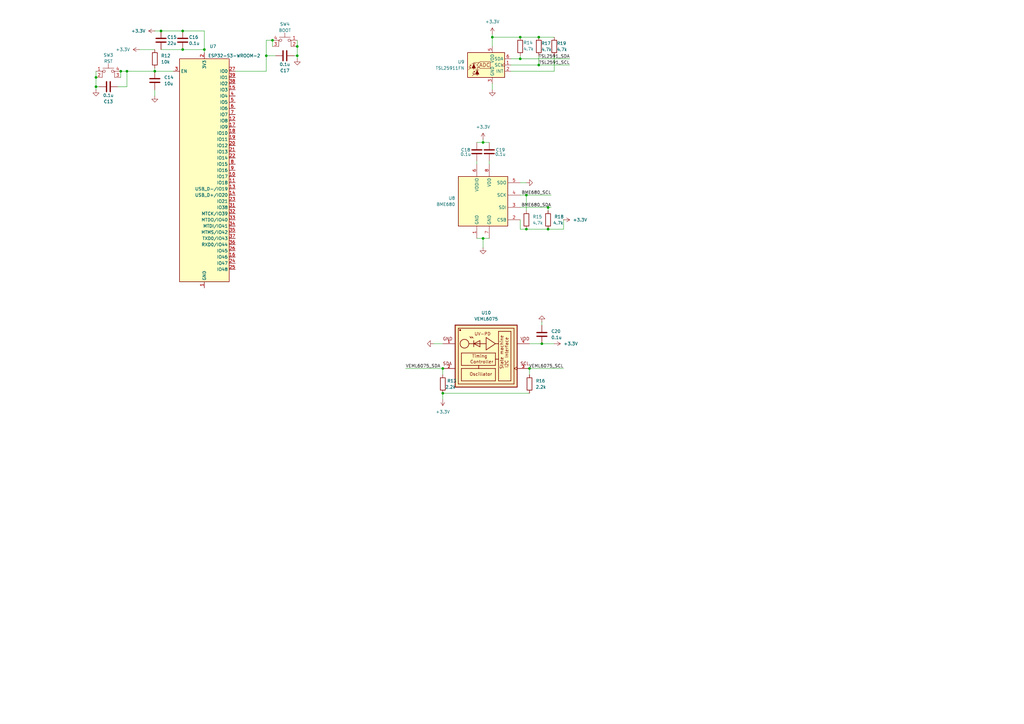
<source format=kicad_sch>
(kicad_sch (version 20250114) (generator "eeschema") (generator_version "9.0")
  (paper "A3")
  (lib_symbols
    (symbol "Device:C" (pin_numbers (hide yes)) (pin_names (offset 0.254))
      (property "Reference" "C" (at 0.635 2.54 0))
      (property "Value" "C" (at 0.635 -2.54 0))
      (symbol "C_0_1"
        (polyline (pts (xy -2.032 0.762) (xy 2.032 0.762)) (stroke (width 0.508)))
        (polyline (pts (xy -2.032 -0.762) (xy 2.032 -0.762)) (stroke (width 0.508)))
      )
      (symbol "C_1_1"
        (pin passive line (at 0 3.81 270) (length 2.794) (name "~") (number "1"))
        (pin passive line (at 0 -3.81 90) (length 2.794) (name "~") (number "2"))
      )
    )
    (symbol "Device:R" (pin_numbers (hide yes)) (pin_names (offset 0))
      (property "Reference" "R" (at 2.032 0 90))
      (property "Value" "R" (at 0 0 90))
      (symbol "R_0_1"
        (rectangle (start -1.016 -2.54) (end 1.016 2.54) (stroke (width 0.254)))
      )
      (symbol "R_1_1"
        (pin passive line (at 0 3.81 270) (length 1.27) (name "~") (number "1"))
        (pin passive line (at 0 -3.81 90) (length 1.27) (name "~") (number "2"))
      )
    )
    (symbol "RF_Module:ESP32-S3-WROOM-2"
      (property "Reference" "U" (at -10.16 45.72 0))
      (property "Value" "ESP32-S3-WROOM-2" (at 2.54 45.72 0))
      (symbol "ESP32-S3-WROOM-2_0_1"
        (rectangle (start -10.16 45.72) (end 10.16 -45.72) (stroke (width 0.254)) (fill (type background)))
      )
      (symbol "ESP32-S3-WROOM-2_1_1"
        (pin input line (at -12.7 40.64 0) (length 2.54) (name "EN") (number "3"))
        (pin no_connect line (at -10.16 -35.56 0) (length 2.54) (hide yes) (name "NC") (number "28"))
        (pin no_connect line (at -10.16 -38.1 0) (length 2.54) (hide yes) (name "NC") (number "29"))
        (pin no_connect line (at -10.16 -40.64 0) (length 2.54) (hide yes) (name "NC") (number "30"))
        (pin power_in line (at 0 48.26 270) (length 2.54) (name "3V3") (number "2"))
        (pin power_in line (at 0 -48.26 90) (length 2.54) (name "GND") (number "1"))
        (pin passive line (at 0 -48.26 90) (length 2.54) (hide yes) (name "GND") (number "40"))
        (pin passive line (at 0 -48.26 90) (length 2.54) (hide yes) (name "GND") (number "41"))
        (pin bidirectional line (at 12.7 40.64 180) (length 2.54) (name "IO0") (number "27"))
        (pin bidirectional line (at 12.7 38.1 180) (length 2.54) (name "IO1") (number "39"))
        (pin bidirectional line (at 12.7 35.56 180) (length 2.54) (name "IO2") (number "38"))
        (pin bidirectional line (at 12.7 33.02 180) (length 2.54) (name "IO3") (number "15"))
        (pin bidirectional line (at 12.7 30.48 180) (length 2.54) (name "IO4") (number "4"))
        (pin bidirectional line (at 12.7 27.94 180) (length 2.54) (name "IO5") (number "5"))
        (pin bidirectional line (at 12.7 25.4 180) (length 2.54) (name "IO6") (number "6"))
        (pin bidirectional line (at 12.7 22.86 180) (length 2.54) (name "IO7") (number "7"))
        (pin bidirectional line (at 12.7 20.32 180) (length 2.54) (name "IO8") (number "12"))
        (pin bidirectional line (at 12.7 17.78 180) (length 2.54) (name "IO9") (number "17"))
        (pin bidirectional line (at 12.7 15.24 180) (length 2.54) (name "IO10") (number "18"))
        (pin bidirectional line (at 12.7 12.7 180) (length 2.54) (name "IO11") (number "19"))
        (pin bidirectional line (at 12.7 10.16 180) (length 2.54) (name "IO12") (number "20"))
        (pin bidirectional line (at 12.7 7.62 180) (length 2.54) (name "IO13") (number "21"))
        (pin bidirectional line (at 12.7 5.08 180) (length 2.54) (name "IO14") (number "22"))
        (pin bidirectional line (at 12.7 2.54 180) (length 2.54) (name "IO15") (number "8"))
        (pin bidirectional line (at 12.7 0 180) (length 2.54) (name "IO16") (number "9"))
        (pin bidirectional line (at 12.7 -2.54 180) (length 2.54) (name "IO17") (number "10"))
        (pin bidirectional line (at 12.7 -5.08 180) (length 2.54) (name "IO18") (number "11"))
        (pin bidirectional line (at 12.7 -7.62 180) (length 2.54) (name "USB_D-/IO19") (number "13"))
        (pin bidirectional line (at 12.7 -10.16 180) (length 2.54) (name "USB_D+/IO20") (number "14"))
        (pin bidirectional line (at 12.7 -12.7 180) (length 2.54) (name "IO21") (number "23"))
        (pin bidirectional line (at 12.7 -15.24 180) (length 2.54) (name "IO38") (number "31"))
        (pin bidirectional line (at 12.7 -17.78 180) (length 2.54) (name "MTCK/IO39") (number "32"))
        (pin bidirectional line (at 12.7 -20.32 180) (length 2.54) (name "MTDO/IO40") (number "33"))
        (pin bidirectional line (at 12.7 -22.86 180) (length 2.54) (name "MTDI/IO41") (number "34"))
        (pin bidirectional line (at 12.7 -25.4 180) (length 2.54) (name "MTMS/IO42") (number "35"))
        (pin bidirectional line (at 12.7 -27.94 180) (length 2.54) (name "TXD0/IO43") (number "37"))
        (pin bidirectional line (at 12.7 -30.48 180) (length 2.54) (name "RXD0/IO44") (number "36"))
        (pin bidirectional line (at 12.7 -33.02 180) (length 2.54) (name "IO45") (number "26"))
        (pin bidirectional line (at 12.7 -35.56 180) (length 2.54) (name "IO46") (number "16"))
        (pin bidirectional line (at 12.7 -38.1 180) (length 2.54) (name "IO47") (number "24"))
        (pin bidirectional line (at 12.7 -40.64 180) (length 2.54) (name "IO48") (number "25"))
      )
    )
    (symbol "Sensor:BME680"
      (property "Reference" "U" (at -8.89 11.43 0))
      (property "Value" "BME680" (at 7.62 11.43 0))
      (symbol "BME680_0_1"
        (rectangle (start -10.16 10.16) (end 10.16 -10.16) (stroke (width 0.254)) (fill (type background)))
      )
      (symbol "BME680_1_1"
        (pin power_in line (at -2.54 15.24 270) (length 5.08) (name "VDDIO") (number "6"))
        (pin power_in line (at -2.54 -15.24 90) (length 5.08) (name "GND") (number "1"))
        (pin power_in line (at 2.54 15.24 270) (length 5.08) (name "VDD") (number "8"))
        (pin power_in line (at 2.54 -15.24 90) (length 5.08) (name "GND") (number "7"))
        (pin bidirectional line (at 15.24 7.62 180) (length 5.08) (name "SDO") (number "5"))
        (pin input line (at 15.24 2.54 180) (length 5.08) (name "SCK") (number "4"))
        (pin bidirectional line (at 15.24 -2.54 180) (length 5.08) (name "SDI") (number "3"))
        (pin input line (at 15.24 -7.62 180) (length 5.08) (name "CSB") (number "2"))
      )
    )
    (symbol "Sensor_Optical:TSL25911FN"
      (property "Reference" "U" (at -7.62 6.35 0))
      (property "Value" "TSL25911FN" (at 0 -6.35 0))
      (symbol "TSL25911FN_0_0"
        (text "ADC" (at -0.635 0 0) (effects (font (size 1.524 1.524))))
      )
      (symbol "TSL25911FN_0_1"
        (polyline (pts (xy -6.35 -1.016) (xy -7.239 -1.905)))
        (polyline (pts (xy -6.35 -1.016) (xy -6.858 -1.016)))
        (polyline (pts (xy -6.35 -1.016) (xy -6.35 -1.524)))
        (polyline (pts (xy -6.223 0) (xy -7.112 -0.889)))
        (polyline (pts (xy -6.223 0) (xy -6.731 0)))
        (polyline (pts (xy -6.223 0) (xy -6.223 -0.508)))
        (polyline (pts (xy -4.826 -3.556) (xy -5.715 -4.445)))
        (polyline (pts (xy -4.826 -3.556) (xy -5.334 -3.556)))
        (polyline (pts (xy -4.826 -3.556) (xy -4.826 -4.064)))
        (polyline (pts (xy -4.699 -2.54) (xy -5.588 -3.429)))
        (polyline (pts (xy -4.699 -2.54) (xy -5.207 -2.54)))
        (polyline (pts (xy -4.699 -2.54) (xy -4.699 -3.048)))
        (polyline (pts (xy -4.318 0.508) (xy -5.842 0.508)))
        (polyline (pts (xy -4.318 -1.27) (xy -5.842 -1.27) (xy -5.08 0.381) (xy -4.318 -1.27)) (fill (type outline)))
        (polyline (pts (xy -2.921 -2.032) (xy -4.445 -2.032)))
        (polyline (pts (xy -2.921 -3.81) (xy -4.445 -3.81) (xy -3.683 -2.159) (xy -2.921 -3.81)) (fill (type outline)))
      )
      (symbol "TSL25911FN_1_0"
        (polyline (pts (xy -3.81 0) (xy -2.413 1.397) (xy 1.651 1.397) (xy 1.651 0)))
        (polyline (pts (xy -3.81 0) (xy -2.413 -1.397) (xy 1.651 -1.397) (xy 1.651 0)))
      )
      (symbol "TSL25911FN_1_1"
        (rectangle (start -7.62 5.08) (end 7.62 -5.08) (stroke (width 0.254)) (fill (type background)))
        (polyline (pts (xy -5.08 -1.524) (xy -5.08 1.016) (xy -2.794 1.016)))
        (polyline (pts (xy -4.826 -1.651) (xy -5.334 -1.651)))
        (polyline (pts (xy -3.683 -4.064) (xy -3.683 -1.016) (xy -2.794 -1.016)))
        (polyline (pts (xy -3.429 -4.191) (xy -3.937 -4.191)))
        (pin no_connect line (at -7.62 2.54 0) (length 2.54) (hide yes) (name "NC") (number "4"))
        (pin power_in line (at 2.54 7.62 270) (length 2.54) (name "VDD") (number "5"))
        (pin power_in line (at 2.54 -7.62 90) (length 2.54) (name "GND") (number "3"))
        (pin bidirectional line (at 10.16 2.54 180) (length 2.54) (name "SDA") (number "6"))
        (pin input clock (at 10.16 0 180) (length 2.54) (name "SCL") (number "1"))
        (pin open_collector line (at 10.16 -2.54 180) (length 2.54) (name "INT") (number "2"))
      )
    )
    (symbol "Switch:SW_MEC_5E" (pin_names (offset 1.016) (hide yes))
      (property "Reference" "SW" (at 0.635 5.715 0))
      (property "Value" "SW_MEC_5E" (at 0 -3.175 0))
      (symbol "SW_MEC_5E_0_1"
        (polyline (pts (xy -2.54 0) (xy -2.54 2.54) (xy -2.286 2.54)))
        (polyline (pts (xy -2.286 3.81) (xy 2.286 3.81)))
        (circle (center -1.778 2.54) (radius 0.508))
        (polyline (pts (xy 0 3.81) (xy 0 5.588)))
        (circle (center 1.778 2.54) (radius 0.508))
        (polyline (pts (xy 2.54 0) (xy 2.54 2.54) (xy 2.286 2.54)))
        (pin passive line (at -5.08 2.54 0) (length 2.54) (name "1") (number "1"))
        (pin passive line (at -5.08 0 0) (length 2.54) (name "2") (number "2"))
        (pin passive line (at 5.08 2.54 180) (length 2.54) (name "A") (number "4"))
        (pin passive line (at 5.08 0 180) (length 2.54) (name "K") (number "3"))
      )
    )
    (symbol "VEML6075:VEML6075" (pin_names (offset 1.016))
      (property "Reference" "U" (at -5.0829 13.4697 0))
      (property "Value" "VEML6075" (at -6.1054 -15.7723 0))
      (symbol "VEML6075_0_0"
        (rectangle (start -12.7 -12.7) (end 12.7 12.7) (stroke (width 0.4064)) (fill (type background)))
        (polyline (pts (xy -11.43 11.43) (xy 11.43 11.43)) (stroke (width 0.254)))
        (polyline (pts (xy -11.43 -11.43) (xy -11.43 11.43)) (stroke (width 0.254)))
        (circle (center -10.668 10.668) (radius 0.127) (stroke (width 0.254)))
        (circle (center -10.668 10.668) (radius 0.254) (stroke (width 0.254)))
        (polyline (pts (xy -10.16 1.27) (xy -10.16 -3.81)) (stroke (width 0.254)))
        (polyline (pts (xy -10.16 -3.81) (xy -3.048 -3.81)) (stroke (width 0.254)))
        (polyline (pts (xy -10.16 -5.08) (xy -3.048 -5.08)) (stroke (width 0.254)))
        (polyline (pts (xy -10.16 -10.16) (xy -10.16 -5.08)) (stroke (width 0.254)))
        (circle (center -8.89 5.08) (radius 1.7961) (stroke (width 0.254)))
        (polyline (pts (xy -6.985 5.08) (xy -5.08 5.08)) (stroke (width 0.254)))
        (polyline (pts (xy -6.604 7.62) (xy -6.096 7.366)) (stroke (width 0.127)))
        (polyline (pts (xy -6.35 7.874) (xy -6.604 7.62)) (stroke (width 0.127)))
        (polyline (pts (xy -6.096 7.366) (xy -6.858 8.128)) (stroke (width 0.127)))
        (polyline (pts (xy -6.096 7.366) (xy -6.35 7.874)) (stroke (width 0.127)))
        (polyline (pts (xy -5.842 7.62) (xy -5.334 7.366)) (stroke (width 0.127)))
        (polyline (pts (xy -5.588 7.874) (xy -5.842 7.62)) (stroke (width 0.127)))
        (polyline (pts (xy -5.334 7.366) (xy -6.096 8.128)) (stroke (width 0.127)))
        (polyline (pts (xy -5.334 7.366) (xy -5.588 7.874)) (stroke (width 0.127)))
        (polyline (pts (xy -5.08 5.08) (xy -5.08 6.35)) (stroke (width 0.254)))
        (polyline (pts (xy -5.08 5.08) (xy -5.08 3.81)) (stroke (width 0.254)))
        (polyline (pts (xy -5.08 5.08) (xy -2.54 3.81)) (stroke (width 0.254)))
        (polyline (pts (xy -5.08 5.08) (xy 0 5.08)) (stroke (width 0.254)))
        (polyline (pts (xy -3.048 -3.81) (xy 3.81 -3.81)) (stroke (width 0.254)))
        (polyline (pts (xy -3.048 -5.08) (xy -3.048 -3.81)) (stroke (width 0.254)))
        (polyline (pts (xy -3.048 -5.08) (xy 3.81 -5.08)) (stroke (width 0.254)))
        (polyline (pts (xy -2.54 6.35) (xy -5.08 5.08)) (stroke (width 0.254)))
        (polyline (pts (xy -2.54 3.81) (xy -2.54 6.35)) (stroke (width 0.254)))
        (polyline (pts (xy 0 7.62) (xy 0 5.08)) (stroke (width 0.254)))
        (polyline (pts (xy 0 5.08) (xy 0 2.54)) (stroke (width 0.254)))
        (polyline (pts (xy 0 2.54) (xy 3.81 5.08)) (stroke (width 0.254)))
        (polyline (pts (xy 3.81 5.08) (xy 0 7.62)) (stroke (width 0.254)))
        (polyline (pts (xy 3.81 5.08) (xy 5.08 5.08)) (stroke (width 0.254)))
        (polyline (pts (xy 3.81 1.27) (xy -10.16 1.27)) (stroke (width 0.254)))
        (polyline (pts (xy 3.81 -1.27) (xy 3.81 1.27)) (stroke (width 0.254)))
        (polyline (pts (xy 3.81 -1.27) (xy 5.08 -1.27)) (stroke (width 0.254)))
        (polyline (pts (xy 3.81 -3.81) (xy 3.81 -1.27)) (stroke (width 0.254)))
        (polyline (pts (xy 3.81 -5.08) (xy 3.81 -10.16)) (stroke (width 0.254)))
        (polyline (pts (xy 3.81 -10.16) (xy -10.16 -10.16)) (stroke (width 0.254)))
        (polyline (pts (xy 5.08 10.16) (xy 10.16 10.16)) (stroke (width 0.254)))
        (polyline (pts (xy 5.08 5.08) (xy 5.08 10.16)) (stroke (width 0.254)))
        (polyline (pts (xy 5.08 -1.27) (xy 5.08 5.08)) (stroke (width 0.254)))
        (polyline (pts (xy 5.08 -10.16) (xy 5.08 -1.27)) (stroke (width 0.254)))
        (polyline (pts (xy 10.16 10.16) (xy 10.16 -10.16)) (stroke (width 0.254)))
        (polyline (pts (xy 10.16 -10.16) (xy 5.08 -10.16)) (stroke (width 0.254)))
        (polyline (pts (xy 11.43 11.43) (xy 11.43 -11.43)) (stroke (width 0.254)))
        (polyline (pts (xy 11.43 -11.43) (xy -11.43 -11.43)) (stroke (width 0.254)))
        (text "GND" (at -17.8034 6.3583 0) (effects (font (size 1.2717 1.2717)) (justify left bottom)))
        (text "SDA" (at -17.7984 -3.8139 0) (effects (font (size 1.2713 1.2713)) (justify left bottom)))
        (text "Oscillator" (at -6.8617 -8.1323 0) (effects (font (size 1.2707 1.2707)) (justify left bottom)))
        (text "Controller" (at -6.6167 -3.0539 0) (effects (font (size 1.2724 1.2724)) (justify left bottom)))
        (text "Timing" (at -5.8529 -0.7634 0) (effects (font (size 1.2724 1.2724)) (justify left bottom)))
        (text "UV-PD" (at -4.8297 8.3884 0) (effects (font (size 1.271 1.271)) (justify left bottom)))
        (text "State machine" (at 7.1199 -5.34 900) (effects (font (size 1.2714 1.2714)) (justify left bottom)))
        (text "I2C Interface" (at 9.1551 -4.8319 900) (effects (font (size 1.2715 1.2715)) (justify left bottom)))
        (text "SCL" (at 13.9751 -3.8114 0) (effects (font (size 1.2705 1.2705)) (justify left bottom)))
        (text "VDD" (at 13.9887 6.3585 0) (effects (font (size 1.2717 1.2717)) (justify left bottom)))
        (pin power_in line (at -17.78 5.08 0) (length 5.08) (name "~") (number "1"))
        (pin bidirectional line (at -17.78 -5.08 0) (length 5.08) (name "~") (number "2"))
        (pin power_in line (at 17.78 5.08 180) (length 5.08) (name "~") (number "4"))
        (pin input clock (at 17.78 -5.08 180) (length 5.08) (name "~") (number "3"))
      )
    )
    (symbol "power:+3.3V" (power) (pin_numbers (hide yes)) (pin_names (offset 0) (hide yes))
      (property "Value" "+3.3V" (at 0 3.556 0))
      (symbol "+3.3V_0_1"
        (polyline (pts (xy -0.762 1.27) (xy 0 2.54)))
        (polyline (pts (xy 0 2.54) (xy 0.762 1.27)))
        (polyline (pts (xy 0 0) (xy 0 2.54)))
      )
      (symbol "+3.3V_1_1"
        (pin power_in line (at 0 0 90) (length 0) (name "~") (number "1"))
      )
    )
    (symbol "power:GND" (power) (pin_numbers (hide yes)) (pin_names (offset 0) (hide yes))
      (property "Value" "GND" (at 0 -3.81 0))
      (symbol "GND_0_1"
        (polyline (pts (xy 0 0) (xy 0 -1.27) (xy 1.27 -1.27) (xy 0 -2.54) (xy -1.27 -1.27) (xy 0 -1.27)))
      )
      (symbol "GND_1_1"
        (pin power_in line (at 0 0 270) (length 0) (name "~") (number "1"))
      )
    )
  )
  (junction (at 224.79 85.09))
  (junction (at 213.36 24.13))
  (junction (at 121.92 19.05))
  (junction (at 49.53 29.21))
  (junction (at 109.22 22.86))
  (junction (at 63.5 29.21))
  (junction (at 217.17 151.13))
  (junction (at 198.12 97.79))
  (junction (at 224.79 93.98))
  (junction (at 111.76 16.51))
  (junction (at 220.98 26.67))
  (junction (at 39.37 31.75))
  (junction (at 66.04 12.7))
  (junction (at 198.12 58.42))
  (junction (at 215.9 93.98))
  (junction (at 220.98 15.24))
  (junction (at 215.9 80.01))
  (junction (at 201.93 15.24))
  (junction (at 39.37 35.56))
  (junction (at 213.36 15.24))
  (junction (at 222.25 140.97))
  (junction (at 74.93 20.32))
  (junction (at 74.93 12.7))
  (junction (at 121.92 22.86))
  (junction (at 181.61 161.29))
  (junction (at 52.07 29.21))
  (junction (at 83.82 20.32))
  (junction (at 181.61 151.13))
  (wire (pts (xy 213.36 93.98) (xy 215.9 93.98)))
  (wire (pts (xy 63.5 36.83) (xy 63.5 39.37)))
  (wire (pts (xy 195.58 58.42) (xy 198.12 58.42)))
  (wire (pts (xy 209.55 29.21) (xy 227.33 29.21)))
  (wire (pts (xy 181.61 161.29) (xy 181.61 163.83)))
  (wire (pts (xy 222.25 140.97) (xy 227.33 140.97)))
  (wire (pts (xy 74.93 12.7) (xy 83.82 12.7)))
  (wire (pts (xy 57.15 20.32) (xy 63.5 20.32)))
  (wire (pts (xy 49.53 29.21) (xy 49.53 31.75)))
  (wire (pts (xy 109.22 16.51) (xy 109.22 22.86)))
  (wire (pts (xy 83.82 21.59) (xy 83.82 20.32)))
  (wire (pts (xy 201.93 13.97) (xy 201.93 15.24)))
  (wire (pts (xy 39.37 35.56) (xy 39.37 36.83)))
  (wire (pts (xy 220.98 15.24) (xy 227.33 15.24)))
  (wire (pts (xy 213.36 24.13) (xy 233.68 24.13)))
  (wire (pts (xy 66.04 20.32) (xy 74.93 20.32)))
  (wire (pts (xy 213.36 15.24) (xy 220.98 15.24)))
  (wire (pts (xy 181.61 161.29) (xy 217.17 161.29)))
  (wire (pts (xy 121.92 19.05) (xy 121.92 22.86)))
  (wire (pts (xy 63.5 27.94) (xy 63.5 29.21)))
  (wire (pts (xy 201.93 15.24) (xy 213.36 15.24)))
  (wire (pts (xy 52.07 29.21) (xy 63.5 29.21)))
  (wire (pts (xy 39.37 31.75) (xy 39.37 35.56)))
  (wire (pts (xy 39.37 35.56) (xy 40.64 35.56)))
  (wire (pts (xy 215.9 80.01) (xy 215.9 86.36)))
  (wire (pts (xy 109.22 29.21) (xy 96.52 29.21)))
  (wire (pts (xy 200.66 66.04) (xy 200.66 67.31)))
  (wire (pts (xy 222.25 132.08) (xy 222.25 133.35)))
  (wire (pts (xy 63.5 29.21) (xy 71.12 29.21)))
  (wire (pts (xy 166.37 151.13) (xy 181.61 151.13)))
  (wire (pts (xy 201.93 15.24) (xy 201.93 19.05)))
  (wire (pts (xy 217.17 140.97) (xy 222.25 140.97)))
  (wire (pts (xy 215.9 93.98) (xy 224.79 93.98)))
  (wire (pts (xy 209.55 26.67) (xy 220.98 26.67)))
  (wire (pts (xy 213.36 74.93) (xy 215.9 74.93)))
  (wire (pts (xy 121.92 22.86) (xy 120.65 22.86)))
  (wire (pts (xy 213.36 90.17) (xy 213.36 93.98)))
  (wire (pts (xy 48.26 35.56) (xy 52.07 35.56)))
  (wire (pts (xy 198.12 57.15) (xy 198.12 58.42)))
  (wire (pts (xy 213.36 24.13) (xy 213.36 22.86)))
  (wire (pts (xy 195.58 66.04) (xy 195.58 67.31)))
  (wire (pts (xy 52.07 35.56) (xy 52.07 29.21)))
  (wire (pts (xy 201.93 34.29) (xy 201.93 36.83)))
  (wire (pts (xy 198.12 97.79) (xy 200.66 97.79)))
  (wire (pts (xy 66.04 12.7) (xy 74.93 12.7)))
  (wire (pts (xy 217.17 151.13) (xy 231.14 151.13)))
  (wire (pts (xy 109.22 22.86) (xy 109.22 29.21)))
  (wire (pts (xy 39.37 29.21) (xy 39.37 31.75)))
  (wire (pts (xy 121.92 22.86) (xy 121.92 24.13)))
  (wire (pts (xy 74.93 20.32) (xy 83.82 20.32)))
  (wire (pts (xy 224.79 85.09) (xy 226.06 85.09)))
  (wire (pts (xy 213.36 80.01) (xy 215.9 80.01)))
  (wire (pts (xy 111.76 16.51) (xy 109.22 16.51)))
  (wire (pts (xy 49.53 29.21) (xy 52.07 29.21)))
  (wire (pts (xy 121.92 16.51) (xy 121.92 19.05)))
  (wire (pts (xy 198.12 97.79) (xy 195.58 97.79)))
  (wire (pts (xy 220.98 26.67) (xy 220.98 22.86)))
  (wire (pts (xy 111.76 16.51) (xy 111.76 19.05)))
  (wire (pts (xy 177.8 140.97) (xy 181.61 140.97)))
  (wire (pts (xy 231.14 90.17) (xy 231.14 93.98)))
  (wire (pts (xy 224.79 85.09) (xy 224.79 86.36)))
  (wire (pts (xy 198.12 58.42) (xy 200.66 58.42)))
  (wire (pts (xy 227.33 29.21) (xy 227.33 22.86)))
  (wire (pts (xy 63.5 12.7) (xy 66.04 12.7)))
  (wire (pts (xy 231.14 93.98) (xy 224.79 93.98)))
  (wire (pts (xy 215.9 80.01) (xy 226.06 80.01)))
  (wire (pts (xy 113.03 22.86) (xy 109.22 22.86)))
  (wire (pts (xy 217.17 151.13) (xy 217.17 153.67)))
  (wire (pts (xy 198.12 101.6) (xy 198.12 97.79)))
  (wire (pts (xy 83.82 20.32) (xy 83.82 12.7)))
  (wire (pts (xy 209.55 24.13) (xy 213.36 24.13)))
  (wire (pts (xy 220.98 26.67) (xy 233.68 26.67)))
  (wire (pts (xy 181.61 151.13) (xy 181.61 153.67)))
  (wire (pts (xy 213.36 85.09) (xy 224.79 85.09)))
  (label "BME680_SCL" (at 226.06 80.01 180))
  (label "VEML6075_SDA" (at 166.37 151.13 0))
  (label "TSL2591_SDA" (at 233.68 24.13 180))
  (label "VEML6075_SCL" (at 231.14 151.13 180))
  (label "TSL2591_SCL" (at 233.68 26.67 180))
  (label "BME680_SDA" (at 226.06 85.09 180))
  (symbol (lib_id "power:GND") (at 177.8 140.97 270) (mirror x) (unit 1)
    (property "Reference" "#PWR032" (effects (hide yes)))
    (property "Value" "GND" (effects (hide yes)))
    (property "Description" "Power symbol creates a global label with name \"GND\" , ground" (effects (hide yes)))
  )
  (symbol (lib_id "power:+3.3V") (at 63.5 12.7 90) (unit 1)
    (property "Reference" "#PWR027" (effects (hide yes)))
    (property "Value" "+3.3V" (at 59.69 12.6999 90) (effects (justify left)))
    (property "Description" "Power symbol creates a global label with name \"+3.3V\"" (effects (hide yes)))
  )
  (symbol (lib_id "power:GND") (at 39.37 36.83 0) (unit 1)
    (property "Reference" "#PWR025" (effects (hide yes)))
    (property "Value" "GND" (effects (hide yes)))
    (property "Description" "Power symbol creates a global label with name \"GND\" , ground" (effects (hide yes)))
  )
  (symbol (lib_id "Switch:SW_MEC_5E") (at 44.45 31.75 0) (unit 1)
    (property "Reference" "SW3" (at 44.45 22.606 0))
    (property "Value" "RST" (at 44.45 25.146 0))
    (property "Datasheet" "http://www.apem.com/int/index.php?controller=attachment&id_attachment=1371" (effects (hide yes)))
    (property "Description" "MEC 5E single pole normally-open tactile switch" (effects (hide yes)))
  )
  (symbol (lib_id "Switch:SW_MEC_5E") (at 116.84 19.05 0) (mirror y) (unit 1)
    (property "Reference" "SW4" (at 116.84 9.906 0))
    (property "Value" "BOOT" (at 116.84 12.446 0))
    (property "Datasheet" "http://www.apem.com/int/index.php?controller=attachment&id_attachment=1371" (effects (hide yes)))
    (property "Description" "MEC 5E single pole normally-open tactile switch" (effects (hide yes)))
  )
  (symbol (lib_id "Device:C") (at 195.58 62.23 0) (mirror x) (unit 1)
    (property "Reference" "C18" (at 191.008 61.468 0))
    (property "Value" "0.1u" (at 191.008 63.246 0))
    (property "Description" "Unpolarized capacitor" (effects (hide yes)))
  )
  (symbol (lib_id "power:GND") (at 63.5 39.37 0) (unit 1)
    (property "Reference" "#PWR028" (effects (hide yes)))
    (property "Value" "GND" (effects (hide yes)))
    (property "Description" "Power symbol creates a global label with name \"GND\" , ground" (effects (hide yes)))
  )
  (symbol (lib_id "Device:C") (at 63.5 33.02 0) (unit 1)
    (property "Reference" "C14" (at 67.31 31.7499 0) (effects (justify left)))
    (property "Value" "10u" (at 67.31 34.2899 0) (effects (justify left)))
    (property "Description" "Unpolarized capacitor" (effects (hide yes)))
  )
  (symbol (lib_id "Sensor:BME680") (at 198.12 82.55 0) (unit 1)
    (property "Reference" "U8" (at 186.69 81.2799 0) (effects (justify right)))
    (property "Value" "BME680" (at 186.69 83.8199 0) (effects (justify right)))
    (property "Footprint" "Package_LGA:Bosch_LGA-8_3x3mm_P0.8mm_ClockwisePinNumbering" (effects (hide yes)))
    (property "Datasheet" "https://www.bosch-sensortec.com/media/boschsensortec/downloads/datasheets/bst-bme680-ds001.pdf" (effects (hide yes)))
    (property "Description" "4-in-1 sensor, gas, humidity, pressure, temperature, I2C and SPI interface, 1.71-3.6V, LGA-8" (effects (hide yes)))
  )
  (symbol (lib_id "Device:R") (at 220.98 19.05 0) (unit 1)
    (property "Reference" "R17" (at 221.996 17.78 0) (effects (justify left)))
    (property "Value" "4.7k" (at 221.996 20.32 0) (effects (justify left)))
    (property "Description" "Resistor" (effects (hide yes)))
  )
  (symbol (lib_id "power:GND") (at 222.25 132.08 0) (mirror x) (unit 1)
    (property "Reference" "#PWR039" (effects (hide yes)))
    (property "Value" "GND" (effects (hide yes)))
    (property "Description" "Power symbol creates a global label with name \"GND\" , ground" (effects (hide yes)))
  )
  (symbol (lib_id "power:GND") (at 121.92 24.13 0) (mirror y) (unit 1)
    (property "Reference" "#PWR031" (effects (hide yes)))
    (property "Value" "GND" (effects (hide yes)))
    (property "Description" "Power symbol creates a global label with name \"GND\" , ground" (effects (hide yes)))
  )
  (symbol (lib_id "power:GND") (at 215.9 74.93 90) (mirror x) (unit 1)
    (property "Reference" "#PWR038" (effects (hide yes)))
    (property "Value" "GND" (effects (hide yes)))
    (property "Description" "Power symbol creates a global label with name \"GND\" , ground" (effects (hide yes)))
  )
  (symbol (lib_id "power:+3.3V") (at 198.12 57.15 0) (unit 1)
    (property "Reference" "#PWR034" (effects (hide yes)))
    (property "Value" "+3.3V" (at 198.12 52.07 0))
    (property "Description" "Power symbol creates a global label with name \"+3.3V\"" (effects (hide yes)))
  )
  (symbol (lib_id "VEML6075:VEML6075") (at 199.39 146.05 0) (unit 1)
    (property "Reference" "U10" (at 199.4107 128.27 0))
    (property "Value" "VEML6075" (at 199.4107 130.81 0))
    (property "Footprint" "VEML6075 (1):VISHAY_VEML6075_1.25X2X1" (effects (hide yes)))
    (property "Datasheet" "https://mm.digikey.com/Volume0/opasdata/d220001/medias/docus/1256/VEML6075.pdf" (effects (hide yes)))
    (property "TAPE_REEL" "YES" (effects (hide yes)))
    (property "MF" "Vishay Semiconductor Opto Division" (effects (hide yes)))
    (property "Description_1" "Optical Sensor Ultraviolet (UV) 330nm, 365nm I2C 4-TFLGA" (effects (hide yes)))
    (property "Package" "None" (effects (hide yes)))
    (property "Price" "None" (effects (hide yes)))
    (property "VOLUME" "MOQ: 2500 pcs" (effects (hide yes)))
    (property "SnapEDA_Link" "https://www.snapeda.com/parts/VEML6075/Vishay/view-part/?ref=snap" (effects (hide yes)))
    (property "MP" "VEML6075" (effects (hide yes)))
    (property "Availability" "In Stock" (effects (hide yes)))
    (property "Check_prices" "https://www.snapeda.com/parts/VEML6075/Vishay/view-part/?ref=eda" (effects (hide yes)))
  )
  (symbol (lib_id "power:+3.3V") (at 181.61 163.83 180) (unit 1)
    (property "Reference" "#PWR033" (effects (hide yes)))
    (property "Value" "+3.3V" (at 181.61 168.91 0))
    (property "Description" "Power symbol creates a global label with name \"+3.3V\"" (effects (hide yes)))
  )
  (symbol (lib_id "Device:R") (at 217.17 157.48 0) (unit 1)
    (property "Reference" "R16" (at 219.71 156.2099 0) (effects (justify left)))
    (property "Value" "2.2k" (at 219.71 158.7499 0) (effects (justify left)))
    (property "Description" "Resistor" (effects (hide yes)))
  )
  (symbol (lib_id "power:+3.3V") (at 227.33 140.97 270) (unit 1)
    (property "Reference" "#PWR040" (effects (hide yes)))
    (property "Value" "+3.3V" (at 231.14 140.9699 90) (effects (justify left)))
    (property "Description" "Power symbol creates a global label with name \"+3.3V\"" (effects (hide yes)))
  )
  (symbol (lib_id "Device:C") (at 44.45 35.56 90) (unit 1)
    (property "Reference" "C13" (at 44.45 41.656 90))
    (property "Value" "0.1u" (at 44.45 39.116 90))
    (property "Description" "Unpolarized capacitor" (effects (hide yes)))
  )
  (symbol (lib_id "Device:R") (at 63.5 24.13 0) (unit 1)
    (property "Reference" "R12" (at 66.04 22.8599 0) (effects (justify left)))
    (property "Value" "10k" (at 66.04 25.3999 0) (effects (justify left)))
    (property "Description" "Resistor" (effects (hide yes)))
  )
  (symbol (lib_id "power:+3.3V") (at 57.15 20.32 90) (unit 1)
    (property "Reference" "#PWR026" (effects (hide yes)))
    (property "Value" "+3.3V" (at 53.34 20.3199 90) (effects (justify left)))
    (property "Description" "Power symbol creates a global label with name \"+3.3V\"" (effects (hide yes)))
  )
  (symbol (lib_id "Device:R") (at 181.61 157.48 0) (unit 1)
    (property "Reference" "R13" (at 183.388 156.21 0) (effects (justify left)))
    (property "Value" "2.2k" (at 182.626 158.75 0) (effects (justify left)))
    (property "Description" "Resistor" (effects (hide yes)))
  )
  (symbol (lib_id "power:GND") (at 201.93 36.83 0) (mirror y) (unit 1)
    (property "Reference" "#PWR037" (effects (hide yes)))
    (property "Value" "GND" (effects (hide yes)))
    (property "Description" "Power symbol creates a global label with name \"GND\" , ground" (effects (hide yes)))
  )
  (symbol (lib_id "Sensor_Optical:TSL25911FN") (at 199.39 26.67 0) (unit 1)
    (property "Reference" "U9" (at 190.5 25.3999 0) (effects (justify right)))
    (property "Value" "TSL25911FN" (at 190.5 27.9399 0) (effects (justify right)))
    (property "Footprint" "OptoDevice:AMS_TSL25911FN" (effects (hide yes)))
    (property "Datasheet" "https://look.ams-osram.com/m/c901de8e97608f8/original/TSL2591-DS000338.pdf" (effects (hide yes)))
    (property "Description" "Light to digital converter, 2.7 to 3.6V Vdd, DFN-6" (effects (hide yes)))
  )
  (symbol (lib_id "Device:R") (at 215.9 90.17 0) (unit 1)
    (property "Reference" "R15" (at 218.44 88.8999 0) (effects (justify left)))
    (property "Value" "4.7k" (at 218.44 91.4399 0) (effects (justify left)))
    (property "Description" "Resistor" (effects (hide yes)))
  )
  (symbol (lib_id "Device:R") (at 213.36 19.05 0) (unit 1)
    (property "Reference" "R14" (at 214.63 17.526 0) (effects (justify left)))
    (property "Value" "4.7k" (at 214.63 20.066 0) (effects (justify left)))
    (property "Description" "Resistor" (effects (hide yes)))
  )
  (symbol (lib_id "Device:R") (at 224.79 90.17 0) (unit 1)
    (property "Reference" "R18" (at 227.33 88.8999 0) (effects (justify left)))
    (property "Value" "4.7k" (at 226.822 91.44 0) (effects (justify left)))
    (property "Description" "Resistor" (effects (hide yes)))
  )
  (symbol (lib_id "Device:C") (at 74.93 16.51 0) (unit 1)
    (property "Reference" "C16" (at 77.47 15.24 0) (effects (justify left)))
    (property "Value" "0.1u" (at 77.47 17.78 0) (effects (justify left)))
    (property "Description" "Unpolarized capacitor" (effects (hide yes)))
  )
  (symbol (lib_id "Device:C") (at 66.04 16.51 0) (unit 1)
    (property "Reference" "C15" (at 68.58 15.24 0) (effects (justify left)))
    (property "Value" "22u" (at 68.58 17.78 0) (effects (justify left)))
    (property "Description" "Unpolarized capacitor" (effects (hide yes)))
  )
  (symbol (lib_id "Device:C") (at 116.84 22.86 270) (mirror x) (unit 1)
    (property "Reference" "C17" (at 116.84 28.956 90))
    (property "Value" "0.1u" (at 116.84 26.416 90))
    (property "Description" "Unpolarized capacitor" (effects (hide yes)))
  )
  (symbol (lib_id "power:+3.3V") (at 201.93 13.97 0) (unit 1)
    (property "Reference" "#PWR036" (effects (hide yes)))
    (property "Value" "+3.3V" (at 201.93 8.89 0))
    (property "Description" "Power symbol creates a global label with name \"+3.3V\"" (effects (hide yes)))
  )
  (symbol (lib_id "power:+3.3V") (at 231.14 90.17 270) (unit 1)
    (property "Reference" "#PWR041" (effects (hide yes)))
    (property "Value" "+3.3V" (at 234.95 90.1699 90) (effects (justify left)))
    (property "Description" "Power symbol creates a global label with name \"+3.3V\"" (effects (hide yes)))
  )
  (symbol (lib_id "Device:C") (at 222.25 137.16 0) (unit 1)
    (property "Reference" "C20" (at 226.06 135.8899 0) (effects (justify left)))
    (property "Value" "0.1u" (at 226.06 138.4299 0) (effects (justify left)))
    (property "Description" "Unpolarized capacitor" (effects (hide yes)))
  )
  (symbol (lib_id "Device:C") (at 200.66 62.23 180) (unit 1)
    (property "Reference" "C19" (at 205.232 61.468 0))
    (property "Value" "0.1u" (at 205.232 63.246 0))
    (property "Description" "Unpolarized capacitor" (effects (hide yes)))
  )
  (symbol (lib_id "RF_Module:ESP32-S3-WROOM-2") (at 83.82 69.85 0) (unit 1)
    (property "Reference" "U7" (at 85.9633 19.05 0) (effects (justify left)))
    (property "Value" "ESP32-S3-WROOM-2" (at 85.344 22.86 0) (effects (justify left)))
    (property "Footprint" "RF_Module:ESP32-S3-WROOM-2" (effects (hide yes)))
    (property "Datasheet" "https://www.espressif.com/sites/default/files/documentation/esp32-s3-wroom-2_datasheet_en.pdf" (effects (hide yes)))
    (property "Description" "RF Module, 2.4 GHz, Wi­-Fi, Bluetooth, BLE, ESP32­-S3R8V" (effects (hide yes)))
  )
  (symbol (lib_id "Device:R") (at 227.33 19.05 0) (unit 1)
    (property "Reference" "R19" (at 228.346 17.78 0) (effects (justify left)))
    (property "Value" "4.7k" (at 228.346 20.32 0) (effects (justify left)))
    (property "Description" "Resistor" (effects (hide yes)))
  )
  (symbol (lib_id "power:GND") (at 198.12 101.6 0) (mirror y) (unit 1)
    (property "Reference" "#PWR035" (effects (hide yes)))
    (property "Value" "GND" (effects (hide yes)))
    (property "Description" "Power symbol creates a global label with name \"GND\" , ground" (effects (hide yes)))
  )
)
</source>
